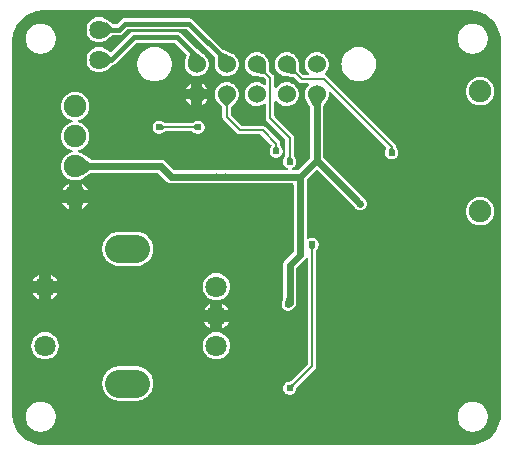
<source format=gbl>
G04 Layer: BottomLayer*
G04 EasyEDA v6.4.25, 2021-09-29T14:29:20--7:00*
G04 244c92b091364e338979e04f780342ec,1c607ed5ed934db7a0414c4b005609ca,10*
G04 Gerber Generator version 0.2*
G04 Scale: 100 percent, Rotated: No, Reflected: No *
G04 Dimensions in inches *
G04 leading zeros omitted , absolute positions ,3 integer and 6 decimal *
%FSLAX36Y36*%
%MOIN*%

%ADD11C,0.0080*%
%ADD12C,0.0240*%
%ADD13C,0.0160*%
%ADD16C,0.0600*%
%ADD17C,0.0748*%
%ADD18C,0.0640*%
%ADD19C,0.0709*%
%ADD20C,0.0945*%

%LPD*%
G36*
X115120Y-1459800D02*
G01*
X106180Y-1459420D01*
X97579Y-1458320D01*
X89120Y-1456540D01*
X80820Y-1454060D01*
X72760Y-1450900D01*
X64980Y-1447080D01*
X57539Y-1442640D01*
X50500Y-1437580D01*
X43900Y-1431980D01*
X37800Y-1425840D01*
X32200Y-1419220D01*
X27180Y-1412180D01*
X22759Y-1404720D01*
X18980Y-1396940D01*
X15840Y-1388860D01*
X13380Y-1380560D01*
X11620Y-1372080D01*
X10560Y-1363480D01*
X10200Y-1354720D01*
X10200Y-115280D01*
X10580Y-106180D01*
X11680Y-97579D01*
X13460Y-89120D01*
X15940Y-80820D01*
X19100Y-72760D01*
X22919Y-64980D01*
X27360Y-57539D01*
X32420Y-50500D01*
X38020Y-43900D01*
X44160Y-37800D01*
X50780Y-32200D01*
X57820Y-27180D01*
X65279Y-22759D01*
X73060Y-18980D01*
X81140Y-15840D01*
X89440Y-13380D01*
X97920Y-11620D01*
X106519Y-10560D01*
X115280Y-10200D01*
X1534720Y-10200D01*
X1543820Y-10580D01*
X1552420Y-11680D01*
X1560880Y-13460D01*
X1569180Y-15940D01*
X1577240Y-19100D01*
X1585020Y-22919D01*
X1592460Y-27360D01*
X1599500Y-32420D01*
X1606100Y-38020D01*
X1612200Y-44160D01*
X1617800Y-50780D01*
X1622820Y-57820D01*
X1627240Y-65279D01*
X1631020Y-73060D01*
X1634160Y-81140D01*
X1636620Y-89440D01*
X1638380Y-97920D01*
X1639440Y-106519D01*
X1639800Y-115280D01*
X1639800Y-1354720D01*
X1639420Y-1363820D01*
X1638320Y-1372420D01*
X1636540Y-1380880D01*
X1634060Y-1389180D01*
X1630900Y-1397240D01*
X1627080Y-1405020D01*
X1622640Y-1412460D01*
X1617580Y-1419500D01*
X1611980Y-1426100D01*
X1605840Y-1432200D01*
X1599220Y-1437800D01*
X1592180Y-1442820D01*
X1584720Y-1447240D01*
X1576940Y-1451020D01*
X1568860Y-1454160D01*
X1560560Y-1456620D01*
X1552080Y-1458380D01*
X1543480Y-1459440D01*
X1534720Y-1459800D01*
G37*

%LPC*%
G36*
X1545000Y-1415200D02*
G01*
X1551060Y-1414820D01*
X1557020Y-1413740D01*
X1562800Y-1411940D01*
X1568320Y-1409440D01*
X1573520Y-1406300D01*
X1578280Y-1402560D01*
X1582560Y-1398280D01*
X1586300Y-1393520D01*
X1589440Y-1388320D01*
X1591940Y-1382800D01*
X1593740Y-1377020D01*
X1594820Y-1371060D01*
X1595200Y-1365000D01*
X1594820Y-1358940D01*
X1593740Y-1352980D01*
X1591940Y-1347200D01*
X1589440Y-1341680D01*
X1586300Y-1336480D01*
X1582560Y-1331720D01*
X1578280Y-1327440D01*
X1573520Y-1323700D01*
X1568320Y-1320560D01*
X1562800Y-1318060D01*
X1557020Y-1316260D01*
X1551060Y-1315180D01*
X1545000Y-1314800D01*
X1538940Y-1315180D01*
X1532980Y-1316260D01*
X1527200Y-1318060D01*
X1521680Y-1320560D01*
X1516480Y-1323700D01*
X1511720Y-1327440D01*
X1507440Y-1331720D01*
X1503700Y-1336480D01*
X1500560Y-1341680D01*
X1498060Y-1347200D01*
X1496260Y-1352980D01*
X1495180Y-1358940D01*
X1494800Y-1365000D01*
X1495180Y-1371060D01*
X1496260Y-1377020D01*
X1498060Y-1382800D01*
X1500560Y-1388320D01*
X1503700Y-1393520D01*
X1507440Y-1398280D01*
X1511720Y-1402560D01*
X1516480Y-1406300D01*
X1521680Y-1409440D01*
X1527200Y-1411940D01*
X1532980Y-1413740D01*
X1538940Y-1414820D01*
G37*
G36*
X105000Y-1415200D02*
G01*
X111060Y-1414820D01*
X117020Y-1413740D01*
X122800Y-1411940D01*
X128320Y-1409440D01*
X133520Y-1406300D01*
X138280Y-1402560D01*
X142560Y-1398280D01*
X146300Y-1393520D01*
X149440Y-1388320D01*
X151940Y-1382800D01*
X153740Y-1377020D01*
X154820Y-1371060D01*
X155200Y-1365000D01*
X154820Y-1358940D01*
X153740Y-1352980D01*
X151940Y-1347200D01*
X149440Y-1341680D01*
X146300Y-1336480D01*
X142560Y-1331720D01*
X138280Y-1327440D01*
X133520Y-1323700D01*
X128320Y-1320560D01*
X122800Y-1318060D01*
X117020Y-1316260D01*
X111060Y-1315180D01*
X105000Y-1314800D01*
X98940Y-1315180D01*
X92980Y-1316260D01*
X87200Y-1318060D01*
X81679Y-1320560D01*
X76480Y-1323700D01*
X71720Y-1327440D01*
X67440Y-1331720D01*
X63700Y-1336480D01*
X60560Y-1341680D01*
X58060Y-1347200D01*
X56260Y-1352980D01*
X55180Y-1358940D01*
X54800Y-1365000D01*
X55180Y-1371060D01*
X56260Y-1377020D01*
X58060Y-1382800D01*
X60560Y-1388320D01*
X63700Y-1393520D01*
X67440Y-1398280D01*
X71720Y-1402560D01*
X76480Y-1406300D01*
X81679Y-1409440D01*
X87200Y-1411940D01*
X92980Y-1413740D01*
X98940Y-1414820D01*
G37*
G36*
X367720Y-1311860D02*
G01*
X422600Y-1311860D01*
X429159Y-1311480D01*
X435500Y-1310400D01*
X441680Y-1308620D01*
X447640Y-1306160D01*
X453280Y-1303040D01*
X458540Y-1299319D01*
X463340Y-1295020D01*
X467620Y-1290220D01*
X471360Y-1284960D01*
X474460Y-1279340D01*
X476940Y-1273380D01*
X478720Y-1267200D01*
X479799Y-1260840D01*
X480160Y-1254420D01*
X479799Y-1247980D01*
X478720Y-1241620D01*
X476940Y-1235440D01*
X474460Y-1229480D01*
X471360Y-1223860D01*
X467620Y-1218600D01*
X463340Y-1213800D01*
X458540Y-1209500D01*
X453280Y-1205780D01*
X447640Y-1202660D01*
X441680Y-1200200D01*
X435500Y-1198420D01*
X429159Y-1197340D01*
X422600Y-1196960D01*
X367720Y-1196960D01*
X361180Y-1197340D01*
X354820Y-1198420D01*
X348640Y-1200200D01*
X342680Y-1202660D01*
X337040Y-1205780D01*
X331780Y-1209500D01*
X326980Y-1213800D01*
X322700Y-1218600D01*
X318960Y-1223860D01*
X315860Y-1229480D01*
X313380Y-1235440D01*
X311600Y-1241620D01*
X310520Y-1247980D01*
X310160Y-1254420D01*
X310520Y-1260840D01*
X311600Y-1267200D01*
X313380Y-1273380D01*
X315860Y-1279340D01*
X318960Y-1284960D01*
X322700Y-1290220D01*
X326980Y-1295020D01*
X331780Y-1299319D01*
X337040Y-1303040D01*
X342680Y-1306160D01*
X348640Y-1308620D01*
X354820Y-1310400D01*
X361180Y-1311480D01*
G37*
G36*
X935000Y-1292180D02*
G01*
X938860Y-1291840D01*
X942580Y-1290840D01*
X946100Y-1289220D01*
X949260Y-1287000D01*
X952000Y-1284259D01*
X954220Y-1281100D01*
X955840Y-1277580D01*
X956840Y-1273860D01*
X957000Y-1272720D01*
X958300Y-1267580D01*
X958700Y-1266580D01*
X959360Y-1265720D01*
X1019900Y-1205180D01*
X1021900Y-1202720D01*
X1023240Y-1200080D01*
X1024020Y-1197160D01*
X1024200Y-1194840D01*
X1024200Y-810240D01*
X1024340Y-809180D01*
X1024760Y-808199D01*
X1027820Y-803080D01*
X1029220Y-801100D01*
X1030840Y-797580D01*
X1031840Y-793860D01*
X1032180Y-790000D01*
X1031840Y-786140D01*
X1030840Y-782420D01*
X1029220Y-778900D01*
X1027000Y-775740D01*
X1024260Y-773000D01*
X1021100Y-770780D01*
X1017580Y-769160D01*
X1013860Y-768160D01*
X1010000Y-767820D01*
X1006140Y-768160D01*
X1002420Y-769160D01*
X996900Y-771740D01*
X995160Y-771660D01*
X993620Y-770860D01*
X992580Y-769500D01*
X992200Y-767800D01*
X992200Y-575860D01*
X992500Y-574320D01*
X993379Y-573020D01*
X1022180Y-544220D01*
X1023460Y-543360D01*
X1025000Y-543060D01*
X1026540Y-543360D01*
X1027820Y-544220D01*
X1154240Y-670639D01*
X1155740Y-672000D01*
X1157260Y-673180D01*
X1158900Y-674220D01*
X1160620Y-675120D01*
X1162400Y-675860D01*
X1164260Y-676440D01*
X1166140Y-676860D01*
X1168060Y-677120D01*
X1170000Y-677200D01*
X1171940Y-677120D01*
X1173860Y-676860D01*
X1175740Y-676440D01*
X1177600Y-675860D01*
X1179380Y-675120D01*
X1181100Y-674220D01*
X1182740Y-673180D01*
X1184260Y-672000D01*
X1185700Y-670699D01*
X1187000Y-669260D01*
X1188180Y-667740D01*
X1189220Y-666100D01*
X1190120Y-664380D01*
X1190860Y-662600D01*
X1191440Y-660740D01*
X1191860Y-658860D01*
X1192120Y-656940D01*
X1192200Y-655000D01*
X1192120Y-653060D01*
X1191860Y-651140D01*
X1191440Y-649260D01*
X1190860Y-647400D01*
X1190120Y-645620D01*
X1189220Y-643900D01*
X1188180Y-642260D01*
X1187000Y-640740D01*
X1185640Y-639240D01*
X1048379Y-501980D01*
X1047500Y-500680D01*
X1047200Y-499140D01*
X1047200Y-334200D01*
X1047620Y-332400D01*
X1055920Y-315820D01*
X1059580Y-310480D01*
X1062000Y-305700D01*
X1063760Y-300620D01*
X1064840Y-295360D01*
X1065200Y-290000D01*
X1064840Y-284840D01*
X1065060Y-283260D01*
X1065880Y-281880D01*
X1067180Y-280940D01*
X1068740Y-280580D01*
X1070320Y-280860D01*
X1071660Y-281740D01*
X1256720Y-466800D01*
X1257520Y-467939D01*
X1257880Y-469280D01*
X1257760Y-470680D01*
X1257180Y-471920D01*
X1255780Y-473900D01*
X1254160Y-477420D01*
X1253160Y-481140D01*
X1252820Y-485000D01*
X1253160Y-488860D01*
X1254160Y-492580D01*
X1255780Y-496100D01*
X1258000Y-499260D01*
X1260740Y-502000D01*
X1263900Y-504219D01*
X1267420Y-505840D01*
X1271140Y-506840D01*
X1275000Y-507180D01*
X1278860Y-506840D01*
X1282580Y-505840D01*
X1286100Y-504219D01*
X1289259Y-502000D01*
X1292000Y-499260D01*
X1294220Y-496100D01*
X1295840Y-492580D01*
X1296840Y-488860D01*
X1297180Y-485000D01*
X1296840Y-481140D01*
X1295840Y-477420D01*
X1294220Y-473900D01*
X1292660Y-471680D01*
X1289740Y-466760D01*
X1289199Y-465120D01*
X1288860Y-462060D01*
X1287960Y-459240D01*
X1286440Y-456620D01*
X1284920Y-454840D01*
X1060180Y-230100D01*
X1057720Y-228100D01*
X1055080Y-226759D01*
X1053780Y-226420D01*
X1052240Y-225620D01*
X1051180Y-224240D01*
X1050800Y-222560D01*
X1051180Y-220859D01*
X1052220Y-219500D01*
X1052940Y-218900D01*
X1056540Y-214899D01*
X1059580Y-210479D01*
X1062000Y-205700D01*
X1063760Y-200620D01*
X1064840Y-195360D01*
X1065200Y-190000D01*
X1064840Y-184640D01*
X1063760Y-179380D01*
X1062000Y-174300D01*
X1059580Y-169520D01*
X1056540Y-165100D01*
X1052940Y-161100D01*
X1048840Y-157640D01*
X1044320Y-154760D01*
X1039440Y-152500D01*
X1034320Y-150900D01*
X1029020Y-150020D01*
X1023660Y-149840D01*
X1018319Y-150360D01*
X1013100Y-151620D01*
X1008080Y-153540D01*
X1003379Y-156120D01*
X999060Y-159300D01*
X995200Y-163039D01*
X991860Y-167260D01*
X989120Y-171880D01*
X987039Y-176820D01*
X985620Y-182000D01*
X984900Y-187320D01*
X984900Y-192680D01*
X985620Y-198000D01*
X987039Y-203180D01*
X989120Y-208120D01*
X991860Y-212740D01*
X995200Y-216960D01*
X997220Y-218920D01*
X998120Y-220219D01*
X998439Y-221759D01*
X998160Y-223299D01*
X997280Y-224620D01*
X995980Y-225500D01*
X994440Y-225799D01*
X982540Y-225799D01*
X981000Y-225500D01*
X979720Y-224620D01*
X967720Y-212640D01*
X966900Y-211439D01*
X966540Y-210060D01*
X965120Y-187540D01*
X964840Y-184700D01*
X963760Y-179380D01*
X962000Y-174300D01*
X959580Y-169520D01*
X956540Y-165100D01*
X952940Y-161100D01*
X948840Y-157640D01*
X944320Y-154760D01*
X939440Y-152500D01*
X934320Y-150900D01*
X929020Y-150020D01*
X923660Y-149840D01*
X918319Y-150360D01*
X913100Y-151620D01*
X908080Y-153540D01*
X903379Y-156120D01*
X899060Y-159300D01*
X895200Y-163039D01*
X891860Y-167260D01*
X889120Y-171880D01*
X887039Y-176820D01*
X885620Y-182000D01*
X884900Y-187320D01*
X884900Y-192680D01*
X885620Y-198000D01*
X887039Y-203180D01*
X889120Y-208120D01*
X891860Y-212740D01*
X895200Y-216960D01*
X899060Y-220700D01*
X903379Y-223880D01*
X908080Y-226460D01*
X913100Y-228380D01*
X918319Y-229640D01*
X922700Y-230140D01*
X945060Y-231540D01*
X946440Y-231900D01*
X947640Y-232719D01*
X964820Y-249899D01*
X967280Y-251900D01*
X969920Y-253240D01*
X972840Y-254020D01*
X975160Y-254200D01*
X994440Y-254200D01*
X995980Y-254500D01*
X997280Y-255380D01*
X998160Y-256700D01*
X998439Y-258240D01*
X998120Y-259780D01*
X997220Y-261080D01*
X995200Y-263040D01*
X991860Y-267260D01*
X989120Y-271880D01*
X987039Y-276820D01*
X985620Y-282000D01*
X984900Y-287320D01*
X984900Y-292680D01*
X985620Y-298000D01*
X987039Y-303180D01*
X989120Y-308120D01*
X991860Y-312740D01*
X993480Y-314780D01*
X993900Y-315480D01*
X1002380Y-332400D01*
X1002800Y-334200D01*
X1002800Y-499140D01*
X1002500Y-500680D01*
X1001620Y-501980D01*
X961979Y-541620D01*
X960680Y-542500D01*
X959140Y-542800D01*
X945720Y-542800D01*
X944220Y-542500D01*
X942920Y-541660D01*
X942060Y-540400D01*
X941720Y-538900D01*
X941979Y-537380D01*
X942780Y-536080D01*
X944020Y-535180D01*
X946100Y-534220D01*
X949260Y-532000D01*
X952000Y-529260D01*
X954220Y-526100D01*
X955840Y-522580D01*
X956840Y-518860D01*
X957180Y-515000D01*
X956840Y-511140D01*
X955840Y-507420D01*
X954220Y-503900D01*
X952660Y-501680D01*
X949760Y-496800D01*
X949340Y-495820D01*
X949200Y-494760D01*
X949200Y-435200D01*
X948860Y-432060D01*
X947960Y-429240D01*
X946440Y-426620D01*
X944920Y-424840D01*
X885380Y-365280D01*
X884500Y-364000D01*
X884200Y-362460D01*
X884200Y-314400D01*
X884580Y-312720D01*
X885620Y-311360D01*
X887140Y-310540D01*
X888860Y-310460D01*
X890460Y-311100D01*
X891860Y-312740D01*
X895200Y-316960D01*
X899060Y-320700D01*
X903379Y-323880D01*
X908080Y-326460D01*
X913100Y-328380D01*
X918319Y-329640D01*
X923660Y-330160D01*
X929020Y-329980D01*
X934320Y-329099D01*
X939440Y-327500D01*
X944320Y-325240D01*
X948840Y-322360D01*
X952940Y-318900D01*
X956540Y-314900D01*
X959580Y-310480D01*
X962000Y-305700D01*
X963760Y-300620D01*
X964840Y-295360D01*
X965200Y-290000D01*
X964840Y-284640D01*
X963760Y-279380D01*
X962000Y-274300D01*
X959580Y-269520D01*
X956540Y-265100D01*
X952940Y-261100D01*
X948840Y-257640D01*
X944320Y-254760D01*
X939440Y-252500D01*
X934320Y-250900D01*
X929020Y-250020D01*
X923660Y-249840D01*
X918319Y-250360D01*
X913100Y-251620D01*
X908080Y-253540D01*
X903379Y-256119D01*
X899060Y-259300D01*
X895200Y-263040D01*
X891860Y-267260D01*
X890460Y-268900D01*
X888860Y-269540D01*
X887140Y-269460D01*
X885620Y-268640D01*
X884580Y-267280D01*
X884200Y-265600D01*
X884200Y-235200D01*
X883860Y-232060D01*
X882960Y-229240D01*
X881440Y-226620D01*
X879920Y-224840D01*
X867720Y-212640D01*
X866900Y-211439D01*
X866540Y-210060D01*
X865120Y-187540D01*
X864840Y-184700D01*
X863760Y-179380D01*
X862000Y-174300D01*
X859580Y-169520D01*
X856540Y-165100D01*
X852940Y-161100D01*
X848840Y-157640D01*
X844320Y-154760D01*
X839440Y-152500D01*
X834320Y-150900D01*
X829020Y-150020D01*
X823660Y-149840D01*
X818319Y-150360D01*
X813100Y-151620D01*
X808080Y-153540D01*
X803379Y-156120D01*
X799060Y-159300D01*
X795200Y-163039D01*
X791860Y-167260D01*
X789120Y-171880D01*
X787039Y-176820D01*
X785620Y-182000D01*
X784900Y-187320D01*
X784900Y-192680D01*
X785620Y-198000D01*
X787039Y-203180D01*
X789120Y-208120D01*
X791860Y-212740D01*
X795200Y-216960D01*
X799060Y-220700D01*
X803379Y-223880D01*
X808080Y-226460D01*
X813100Y-228380D01*
X818319Y-229640D01*
X822700Y-230140D01*
X845060Y-231540D01*
X846440Y-231900D01*
X847640Y-232719D01*
X854620Y-239720D01*
X855500Y-241000D01*
X855800Y-242540D01*
X855800Y-254899D01*
X855520Y-256380D01*
X854700Y-257659D01*
X853480Y-258540D01*
X852020Y-258900D01*
X850540Y-258700D01*
X844320Y-254760D01*
X839440Y-252500D01*
X834320Y-250900D01*
X829020Y-250020D01*
X823660Y-249840D01*
X818319Y-250360D01*
X813100Y-251620D01*
X808080Y-253540D01*
X803379Y-256119D01*
X799060Y-259300D01*
X795200Y-263040D01*
X791860Y-267260D01*
X789120Y-271880D01*
X787039Y-276820D01*
X785620Y-282000D01*
X784900Y-287320D01*
X784900Y-292680D01*
X785620Y-298000D01*
X787039Y-303180D01*
X789120Y-308120D01*
X791860Y-312740D01*
X795200Y-316960D01*
X799060Y-320700D01*
X803379Y-323880D01*
X808080Y-326460D01*
X813100Y-328380D01*
X818319Y-329640D01*
X823660Y-330160D01*
X829020Y-329980D01*
X834320Y-329099D01*
X839440Y-327500D01*
X844320Y-325240D01*
X850540Y-321300D01*
X852020Y-321100D01*
X853480Y-321460D01*
X854700Y-322340D01*
X855520Y-323620D01*
X855800Y-325100D01*
X855800Y-369799D01*
X856140Y-372939D01*
X857039Y-375760D01*
X858560Y-378380D01*
X860080Y-380160D01*
X919620Y-439720D01*
X920500Y-441000D01*
X920800Y-442540D01*
X920800Y-494760D01*
X920660Y-495820D01*
X920240Y-496800D01*
X917180Y-501940D01*
X915780Y-503900D01*
X914160Y-507420D01*
X913160Y-511140D01*
X912820Y-515000D01*
X913160Y-518860D01*
X914160Y-522580D01*
X915780Y-526100D01*
X918000Y-529260D01*
X920740Y-532000D01*
X923900Y-534220D01*
X925980Y-535180D01*
X927220Y-536080D01*
X928020Y-537380D01*
X928280Y-538900D01*
X927940Y-540400D01*
X927080Y-541660D01*
X925780Y-542500D01*
X924280Y-542800D01*
X550860Y-542800D01*
X549320Y-542500D01*
X548020Y-541620D01*
X520760Y-514360D01*
X519260Y-513000D01*
X517740Y-511820D01*
X516100Y-510780D01*
X514380Y-509880D01*
X512600Y-509140D01*
X510740Y-508560D01*
X508860Y-508140D01*
X506940Y-507879D01*
X504920Y-507800D01*
X274920Y-507800D01*
X273840Y-507640D01*
X272840Y-507220D01*
X250740Y-493660D01*
X246280Y-490319D01*
X241220Y-487400D01*
X235820Y-485120D01*
X231380Y-483840D01*
X229860Y-483040D01*
X228840Y-481680D01*
X228460Y-480000D01*
X228840Y-478320D01*
X229860Y-476960D01*
X231380Y-476160D01*
X235820Y-474880D01*
X241220Y-472600D01*
X246280Y-469680D01*
X250960Y-466140D01*
X255180Y-462060D01*
X258840Y-457500D01*
X261940Y-452520D01*
X264380Y-447200D01*
X266160Y-441599D01*
X267240Y-435840D01*
X267600Y-430000D01*
X267240Y-424159D01*
X266160Y-418400D01*
X264380Y-412800D01*
X261940Y-407480D01*
X258840Y-402500D01*
X255180Y-397939D01*
X250960Y-393860D01*
X246280Y-390319D01*
X241220Y-387400D01*
X235820Y-385120D01*
X231380Y-383840D01*
X229860Y-383040D01*
X228840Y-381680D01*
X228460Y-380000D01*
X228840Y-378320D01*
X229860Y-376960D01*
X231380Y-376160D01*
X235820Y-374880D01*
X241220Y-372600D01*
X246280Y-369680D01*
X250960Y-366140D01*
X255180Y-362060D01*
X258840Y-357500D01*
X261940Y-352520D01*
X264380Y-347200D01*
X266160Y-341599D01*
X267240Y-335840D01*
X267600Y-330000D01*
X267240Y-324159D01*
X266160Y-318400D01*
X264380Y-312800D01*
X261940Y-307480D01*
X258840Y-302500D01*
X255180Y-297940D01*
X250960Y-293860D01*
X246280Y-290320D01*
X241220Y-287400D01*
X235820Y-285120D01*
X230180Y-283500D01*
X224400Y-282600D01*
X218540Y-282420D01*
X212700Y-282960D01*
X206980Y-284220D01*
X201439Y-286180D01*
X196200Y-288780D01*
X191320Y-292020D01*
X186860Y-295840D01*
X182920Y-300160D01*
X179540Y-304940D01*
X176759Y-310100D01*
X174640Y-315580D01*
X173220Y-321260D01*
X172500Y-327080D01*
X172500Y-332920D01*
X173220Y-338740D01*
X174640Y-344420D01*
X176759Y-349900D01*
X179540Y-355060D01*
X182920Y-359840D01*
X186860Y-364159D01*
X191320Y-367980D01*
X196200Y-371220D01*
X201439Y-373820D01*
X206980Y-375780D01*
X208420Y-376100D01*
X209820Y-376700D01*
X210900Y-377800D01*
X211480Y-379240D01*
X211480Y-380760D01*
X210900Y-382200D01*
X209820Y-383300D01*
X208420Y-383900D01*
X206980Y-384219D01*
X201439Y-386180D01*
X196200Y-388780D01*
X191320Y-392020D01*
X186860Y-395840D01*
X182920Y-400160D01*
X179540Y-404940D01*
X176759Y-410100D01*
X174640Y-415580D01*
X173220Y-421260D01*
X172500Y-427080D01*
X172500Y-432920D01*
X173220Y-438740D01*
X174640Y-444420D01*
X176759Y-449900D01*
X179540Y-455060D01*
X182920Y-459840D01*
X186860Y-464159D01*
X191320Y-467980D01*
X196200Y-471220D01*
X201439Y-473820D01*
X206980Y-475780D01*
X208420Y-476100D01*
X209820Y-476700D01*
X210900Y-477800D01*
X211480Y-479240D01*
X211480Y-480760D01*
X210900Y-482200D01*
X209820Y-483300D01*
X208420Y-483900D01*
X206980Y-484219D01*
X201439Y-486180D01*
X196200Y-488780D01*
X191320Y-492020D01*
X186860Y-495840D01*
X182920Y-500160D01*
X179540Y-504940D01*
X176759Y-510100D01*
X174640Y-515580D01*
X173220Y-521260D01*
X172500Y-527080D01*
X172500Y-532920D01*
X173220Y-538740D01*
X174640Y-544420D01*
X176759Y-549900D01*
X179540Y-555060D01*
X182920Y-559840D01*
X186860Y-564160D01*
X191320Y-567980D01*
X196200Y-571220D01*
X201439Y-573820D01*
X206980Y-575780D01*
X212700Y-577040D01*
X218540Y-577580D01*
X224400Y-577400D01*
X230180Y-576500D01*
X235820Y-574880D01*
X241220Y-572600D01*
X246280Y-569680D01*
X250740Y-566340D01*
X272840Y-552780D01*
X273840Y-552360D01*
X274920Y-552200D01*
X494140Y-552200D01*
X495680Y-552500D01*
X496980Y-553380D01*
X524240Y-580640D01*
X525740Y-582000D01*
X527260Y-583180D01*
X528900Y-584220D01*
X530620Y-585120D01*
X532400Y-585860D01*
X534260Y-586440D01*
X536140Y-586860D01*
X538060Y-587120D01*
X540080Y-587200D01*
X943800Y-587200D01*
X945340Y-587500D01*
X946620Y-588380D01*
X947500Y-589660D01*
X947800Y-591200D01*
X947800Y-814140D01*
X947500Y-815680D01*
X946620Y-816979D01*
X919360Y-844240D01*
X918000Y-845740D01*
X916820Y-847260D01*
X915780Y-848900D01*
X914880Y-850620D01*
X914140Y-852400D01*
X913560Y-854260D01*
X913139Y-856140D01*
X912880Y-858060D01*
X912800Y-860080D01*
X912800Y-974659D01*
X912620Y-975819D01*
X912140Y-976880D01*
X910759Y-978940D01*
X909880Y-980620D01*
X909140Y-982400D01*
X908560Y-984260D01*
X908139Y-986140D01*
X907880Y-988060D01*
X907800Y-990000D01*
X907880Y-991940D01*
X908139Y-993860D01*
X908560Y-995740D01*
X909140Y-997600D01*
X909880Y-999380D01*
X910780Y-1001100D01*
X911820Y-1002740D01*
X913000Y-1004260D01*
X914300Y-1005699D01*
X915740Y-1007000D01*
X917260Y-1008180D01*
X918900Y-1009220D01*
X920620Y-1010120D01*
X922400Y-1010860D01*
X924260Y-1011440D01*
X926140Y-1011860D01*
X928060Y-1012120D01*
X930000Y-1012200D01*
X931940Y-1012120D01*
X933860Y-1011860D01*
X935740Y-1011440D01*
X937600Y-1010860D01*
X939380Y-1010120D01*
X941100Y-1009220D01*
X942740Y-1008180D01*
X944260Y-1007000D01*
X945759Y-1005639D01*
X950639Y-1000759D01*
X952000Y-999260D01*
X953180Y-997740D01*
X954220Y-996100D01*
X955120Y-994380D01*
X955860Y-992600D01*
X956440Y-990740D01*
X956860Y-988860D01*
X957120Y-986940D01*
X957200Y-984920D01*
X957200Y-870860D01*
X957500Y-869320D01*
X958379Y-868020D01*
X985639Y-840759D01*
X986979Y-839300D01*
X988580Y-837120D01*
X989820Y-836020D01*
X991400Y-835520D01*
X993060Y-835699D01*
X994479Y-836540D01*
X995460Y-837880D01*
X995800Y-839500D01*
X995800Y-1187460D01*
X995500Y-1189000D01*
X994620Y-1190280D01*
X939280Y-1245640D01*
X938420Y-1246300D01*
X937420Y-1246700D01*
X932280Y-1248000D01*
X931140Y-1248160D01*
X927420Y-1249160D01*
X923900Y-1250780D01*
X920740Y-1253000D01*
X918000Y-1255740D01*
X915780Y-1258900D01*
X914160Y-1262420D01*
X913160Y-1266140D01*
X912820Y-1270000D01*
X913160Y-1273860D01*
X914160Y-1277580D01*
X915780Y-1281100D01*
X918000Y-1284259D01*
X920740Y-1287000D01*
X923900Y-1289220D01*
X927420Y-1290840D01*
X931140Y-1291840D01*
G37*
G36*
X690420Y-1174040D02*
G01*
X696140Y-1173680D01*
X701780Y-1172620D01*
X707220Y-1170840D01*
X712420Y-1168400D01*
X717240Y-1165340D01*
X721660Y-1161680D01*
X725580Y-1157500D01*
X728960Y-1152860D01*
X731720Y-1147840D01*
X733820Y-1142520D01*
X735240Y-1136960D01*
X735960Y-1131280D01*
X735960Y-1125560D01*
X735240Y-1119880D01*
X733820Y-1114320D01*
X731720Y-1109000D01*
X728960Y-1103980D01*
X725580Y-1099340D01*
X721660Y-1095160D01*
X717240Y-1091500D01*
X712420Y-1088440D01*
X707220Y-1086000D01*
X701780Y-1084220D01*
X696140Y-1083160D01*
X690440Y-1082800D01*
X684560Y-1083180D01*
X679080Y-1084220D01*
X673640Y-1086000D01*
X668439Y-1088440D01*
X663620Y-1091500D01*
X659200Y-1095160D01*
X655280Y-1099340D01*
X651900Y-1103980D01*
X649140Y-1109000D01*
X647039Y-1114320D01*
X645620Y-1119880D01*
X644900Y-1125560D01*
X644900Y-1131280D01*
X645620Y-1136960D01*
X647039Y-1142520D01*
X649140Y-1147840D01*
X651900Y-1152860D01*
X655280Y-1157500D01*
X659200Y-1161680D01*
X663620Y-1165340D01*
X668439Y-1168400D01*
X673640Y-1170840D01*
X679080Y-1172620D01*
X684720Y-1173680D01*
G37*
G36*
X119580Y-1174040D02*
G01*
X125280Y-1173680D01*
X130920Y-1172620D01*
X136360Y-1170840D01*
X141560Y-1168400D01*
X146380Y-1165340D01*
X150800Y-1161680D01*
X154720Y-1157500D01*
X158100Y-1152860D01*
X160859Y-1147840D01*
X162960Y-1142520D01*
X164380Y-1136960D01*
X165100Y-1131280D01*
X165100Y-1125560D01*
X164380Y-1119880D01*
X162960Y-1114320D01*
X160859Y-1109000D01*
X158100Y-1103980D01*
X154720Y-1099340D01*
X150800Y-1095160D01*
X146380Y-1091500D01*
X141560Y-1088440D01*
X136360Y-1086000D01*
X130920Y-1084220D01*
X125280Y-1083160D01*
X119580Y-1082800D01*
X113859Y-1083160D01*
X108219Y-1084220D01*
X102780Y-1086000D01*
X97579Y-1088440D01*
X92760Y-1091500D01*
X88340Y-1095160D01*
X84420Y-1099340D01*
X81039Y-1103980D01*
X78280Y-1109000D01*
X76180Y-1114320D01*
X74760Y-1119880D01*
X74040Y-1125560D01*
X74040Y-1131280D01*
X74760Y-1136960D01*
X76180Y-1142520D01*
X78280Y-1147840D01*
X81039Y-1152860D01*
X84420Y-1157500D01*
X88340Y-1161680D01*
X92760Y-1165340D01*
X97579Y-1168400D01*
X102780Y-1170840D01*
X108219Y-1172620D01*
X113859Y-1173680D01*
G37*
G36*
X710639Y-1070820D02*
G01*
X712420Y-1069980D01*
X717240Y-1066920D01*
X721660Y-1063260D01*
X725580Y-1059080D01*
X728960Y-1054440D01*
X731280Y-1050220D01*
X710639Y-1050220D01*
G37*
G36*
X670220Y-1070820D02*
G01*
X670220Y-1050220D01*
X649580Y-1050220D01*
X651900Y-1054440D01*
X655280Y-1059080D01*
X659200Y-1063260D01*
X663620Y-1066920D01*
X668439Y-1069980D01*
G37*
G36*
X710639Y-1009780D02*
G01*
X731280Y-1009780D01*
X728960Y-1005560D01*
X725580Y-1000920D01*
X721660Y-996740D01*
X717240Y-993080D01*
X712420Y-990020D01*
X710639Y-989180D01*
G37*
G36*
X649580Y-1009780D02*
G01*
X670220Y-1009780D01*
X670220Y-989180D01*
X668439Y-990020D01*
X663620Y-993080D01*
X659200Y-996740D01*
X655280Y-1000920D01*
X651900Y-1005560D01*
G37*
G36*
X690420Y-977200D02*
G01*
X696280Y-976800D01*
X701780Y-975759D01*
X707220Y-974000D01*
X712420Y-971560D01*
X717240Y-968480D01*
X721660Y-964820D01*
X725580Y-960660D01*
X728960Y-956020D01*
X731720Y-951000D01*
X733820Y-945660D01*
X735240Y-940120D01*
X735960Y-934440D01*
X735960Y-928700D01*
X735240Y-923020D01*
X733820Y-917480D01*
X731720Y-912140D01*
X728960Y-907120D01*
X725580Y-902480D01*
X721660Y-898319D01*
X717240Y-894659D01*
X712420Y-891580D01*
X707220Y-889140D01*
X701780Y-887380D01*
X696140Y-886300D01*
X690420Y-885939D01*
X684720Y-886300D01*
X679080Y-887380D01*
X673640Y-889140D01*
X668439Y-891580D01*
X663620Y-894659D01*
X659200Y-898319D01*
X655280Y-902480D01*
X651900Y-907120D01*
X649140Y-912140D01*
X647039Y-917480D01*
X645620Y-923020D01*
X644900Y-928700D01*
X644900Y-934440D01*
X645620Y-940120D01*
X647039Y-945660D01*
X649140Y-951000D01*
X651900Y-956020D01*
X655280Y-960660D01*
X659200Y-964820D01*
X663620Y-968480D01*
X668439Y-971560D01*
X673640Y-974000D01*
X679080Y-975759D01*
X684720Y-976840D01*
G37*
G36*
X139780Y-972380D02*
G01*
X141560Y-971560D01*
X146380Y-968480D01*
X150800Y-964820D01*
X154720Y-960660D01*
X158100Y-956020D01*
X160420Y-951780D01*
X139780Y-951780D01*
G37*
G36*
X99360Y-972380D02*
G01*
X99360Y-951780D01*
X78720Y-951780D01*
X81039Y-956020D01*
X84420Y-960660D01*
X88340Y-964820D01*
X92760Y-968480D01*
X97579Y-971560D01*
G37*
G36*
X139780Y-911360D02*
G01*
X160420Y-911360D01*
X158100Y-907120D01*
X154720Y-902480D01*
X150800Y-898319D01*
X146380Y-894659D01*
X141560Y-891580D01*
X139780Y-890759D01*
G37*
G36*
X78720Y-911360D02*
G01*
X99360Y-911360D01*
X99360Y-890759D01*
X97579Y-891580D01*
X92760Y-894659D01*
X88340Y-898319D01*
X84420Y-902480D01*
X81039Y-907120D01*
G37*
G36*
X367720Y-863040D02*
G01*
X422600Y-863040D01*
X429159Y-862660D01*
X435500Y-861580D01*
X441680Y-859800D01*
X447640Y-857340D01*
X453280Y-854220D01*
X458540Y-850500D01*
X463340Y-846200D01*
X467620Y-841400D01*
X471360Y-836140D01*
X474460Y-830520D01*
X476940Y-824560D01*
X478720Y-818379D01*
X479799Y-812020D01*
X480160Y-805600D01*
X479799Y-799160D01*
X478720Y-792800D01*
X476940Y-786620D01*
X474460Y-780660D01*
X471360Y-775040D01*
X467620Y-769780D01*
X463340Y-764980D01*
X458540Y-760680D01*
X453280Y-756960D01*
X447640Y-753840D01*
X441680Y-751380D01*
X435500Y-749599D01*
X429159Y-748520D01*
X422600Y-748139D01*
X367720Y-748139D01*
X361180Y-748520D01*
X354820Y-749599D01*
X348640Y-751380D01*
X342680Y-753840D01*
X337040Y-756960D01*
X331780Y-760680D01*
X326980Y-764980D01*
X322700Y-769780D01*
X318960Y-775040D01*
X315860Y-780660D01*
X313380Y-786620D01*
X311600Y-792800D01*
X310520Y-799160D01*
X310160Y-805600D01*
X310520Y-812020D01*
X311600Y-818379D01*
X313380Y-824560D01*
X315860Y-830520D01*
X318960Y-836140D01*
X322700Y-841400D01*
X326980Y-846200D01*
X331780Y-850500D01*
X337040Y-854220D01*
X342680Y-857340D01*
X348640Y-859800D01*
X354820Y-861580D01*
X361180Y-862660D01*
G37*
G36*
X1568540Y-727580D02*
G01*
X1574400Y-727400D01*
X1580180Y-726500D01*
X1585820Y-724880D01*
X1591220Y-722600D01*
X1596279Y-719680D01*
X1600960Y-716140D01*
X1605180Y-712060D01*
X1608839Y-707500D01*
X1611940Y-702520D01*
X1614379Y-697200D01*
X1616160Y-691600D01*
X1617240Y-685840D01*
X1617600Y-680000D01*
X1617240Y-674160D01*
X1616160Y-668400D01*
X1614379Y-662800D01*
X1611940Y-657480D01*
X1608839Y-652500D01*
X1605180Y-647940D01*
X1600960Y-643860D01*
X1596279Y-640320D01*
X1591220Y-637400D01*
X1585820Y-635120D01*
X1580180Y-633500D01*
X1574400Y-632600D01*
X1568540Y-632420D01*
X1562700Y-632960D01*
X1556980Y-634220D01*
X1551440Y-636180D01*
X1546200Y-638780D01*
X1541320Y-642020D01*
X1536860Y-645840D01*
X1532920Y-650160D01*
X1529540Y-654940D01*
X1526759Y-660100D01*
X1524640Y-665580D01*
X1523220Y-671260D01*
X1522500Y-677080D01*
X1522500Y-682920D01*
X1523220Y-688740D01*
X1524640Y-694419D01*
X1526759Y-699900D01*
X1529540Y-705060D01*
X1532920Y-709840D01*
X1536860Y-714160D01*
X1541320Y-717980D01*
X1546200Y-721220D01*
X1551440Y-723820D01*
X1556980Y-725780D01*
X1562700Y-727039D01*
G37*
G36*
X241160Y-672620D02*
G01*
X246280Y-669680D01*
X250960Y-666140D01*
X255180Y-662060D01*
X258840Y-657500D01*
X261940Y-652520D01*
X262540Y-651200D01*
X241200Y-651200D01*
G37*
G36*
X198800Y-672520D02*
G01*
X198800Y-651200D01*
X177460Y-651200D01*
X179540Y-655060D01*
X182920Y-659840D01*
X186860Y-664160D01*
X191320Y-667980D01*
X196200Y-671220D01*
G37*
G36*
X177460Y-608800D02*
G01*
X198800Y-608800D01*
X198800Y-587480D01*
X196200Y-588780D01*
X191320Y-592020D01*
X186860Y-595840D01*
X182920Y-600160D01*
X179540Y-604940D01*
G37*
G36*
X241200Y-608800D02*
G01*
X262540Y-608800D01*
X261940Y-607480D01*
X258840Y-602500D01*
X255180Y-597940D01*
X250960Y-593860D01*
X246280Y-590320D01*
X241200Y-587380D01*
G37*
G36*
X890000Y-502180D02*
G01*
X893860Y-501840D01*
X897580Y-500840D01*
X901100Y-499219D01*
X904260Y-497000D01*
X907000Y-494260D01*
X909220Y-491100D01*
X910840Y-487580D01*
X911840Y-483860D01*
X912180Y-480000D01*
X911840Y-476140D01*
X910840Y-472420D01*
X909220Y-468900D01*
X907660Y-466680D01*
X904760Y-461800D01*
X904340Y-460820D01*
X904200Y-459760D01*
X904200Y-455200D01*
X903860Y-452060D01*
X902960Y-449240D01*
X901440Y-446620D01*
X899920Y-444840D01*
X855180Y-400100D01*
X852720Y-398100D01*
X850080Y-396760D01*
X847159Y-395980D01*
X844840Y-395800D01*
X777540Y-395800D01*
X776000Y-395500D01*
X774720Y-394620D01*
X740380Y-360280D01*
X739500Y-359000D01*
X739200Y-357460D01*
X739200Y-336200D01*
X739460Y-334799D01*
X740200Y-333560D01*
X756500Y-314980D01*
X759580Y-310480D01*
X762000Y-305700D01*
X763760Y-300620D01*
X764840Y-295360D01*
X765200Y-290000D01*
X764840Y-284640D01*
X763760Y-279380D01*
X762000Y-274300D01*
X759580Y-269520D01*
X756540Y-265100D01*
X752940Y-261100D01*
X748840Y-257640D01*
X744320Y-254760D01*
X739440Y-252500D01*
X734320Y-250900D01*
X729020Y-250020D01*
X723660Y-249840D01*
X718319Y-250360D01*
X713100Y-251620D01*
X708080Y-253540D01*
X703379Y-256119D01*
X699060Y-259300D01*
X695200Y-263040D01*
X691860Y-267260D01*
X689120Y-271880D01*
X687039Y-276820D01*
X685620Y-282000D01*
X684900Y-287320D01*
X684900Y-292680D01*
X685620Y-298000D01*
X687039Y-303180D01*
X689120Y-308120D01*
X691880Y-312760D01*
X694920Y-316680D01*
X709800Y-333560D01*
X710540Y-334799D01*
X710800Y-336200D01*
X710800Y-364799D01*
X711140Y-367939D01*
X712039Y-370760D01*
X713560Y-373380D01*
X715080Y-375160D01*
X759820Y-419900D01*
X762280Y-421900D01*
X764920Y-423240D01*
X767840Y-424020D01*
X770160Y-424200D01*
X837460Y-424200D01*
X839000Y-424500D01*
X840280Y-425379D01*
X873600Y-458680D01*
X874520Y-460140D01*
X874740Y-461880D01*
X874200Y-463540D01*
X872180Y-466940D01*
X870780Y-468900D01*
X869160Y-472420D01*
X868160Y-476140D01*
X867820Y-480000D01*
X868160Y-483860D01*
X869160Y-487580D01*
X870780Y-491100D01*
X873000Y-494260D01*
X875740Y-497000D01*
X878900Y-499219D01*
X882420Y-500840D01*
X886140Y-501840D01*
G37*
G36*
X500000Y-422180D02*
G01*
X503860Y-421840D01*
X507580Y-420840D01*
X511100Y-419219D01*
X513320Y-417660D01*
X518200Y-414760D01*
X519180Y-414340D01*
X520240Y-414200D01*
X609760Y-414200D01*
X610820Y-414340D01*
X611800Y-414760D01*
X616940Y-417819D01*
X618900Y-419219D01*
X622420Y-420840D01*
X626140Y-421840D01*
X630000Y-422180D01*
X633860Y-421840D01*
X637580Y-420840D01*
X641100Y-419219D01*
X644260Y-417000D01*
X647000Y-414260D01*
X649220Y-411100D01*
X650840Y-407580D01*
X651840Y-403860D01*
X652180Y-400000D01*
X651840Y-396140D01*
X650840Y-392420D01*
X649220Y-388900D01*
X647000Y-385740D01*
X644260Y-383000D01*
X641100Y-380780D01*
X637580Y-379159D01*
X633860Y-378160D01*
X630000Y-377819D01*
X626140Y-378160D01*
X622420Y-379159D01*
X618900Y-380780D01*
X616680Y-382340D01*
X611800Y-385240D01*
X610820Y-385660D01*
X609760Y-385800D01*
X520240Y-385800D01*
X519180Y-385660D01*
X518200Y-385240D01*
X513080Y-382180D01*
X511100Y-380780D01*
X507580Y-379159D01*
X503860Y-378160D01*
X500000Y-377819D01*
X496140Y-378160D01*
X492420Y-379159D01*
X488900Y-380780D01*
X485740Y-383000D01*
X483000Y-385740D01*
X480780Y-388900D01*
X479159Y-392420D01*
X478160Y-396140D01*
X477819Y-400000D01*
X478160Y-403860D01*
X479159Y-407580D01*
X480780Y-411100D01*
X483000Y-414260D01*
X485740Y-417000D01*
X488900Y-419219D01*
X492420Y-420840D01*
X496140Y-421840D01*
G37*
G36*
X1568540Y-327580D02*
G01*
X1574400Y-327400D01*
X1580180Y-326500D01*
X1585820Y-324880D01*
X1591220Y-322600D01*
X1596279Y-319680D01*
X1600960Y-316140D01*
X1605180Y-312060D01*
X1608839Y-307500D01*
X1611940Y-302520D01*
X1614379Y-297200D01*
X1616160Y-291600D01*
X1617240Y-285840D01*
X1617600Y-280000D01*
X1617240Y-274160D01*
X1616160Y-268400D01*
X1614379Y-262800D01*
X1611940Y-257480D01*
X1608839Y-252500D01*
X1605180Y-247940D01*
X1600960Y-243860D01*
X1596279Y-240320D01*
X1591220Y-237399D01*
X1585820Y-235120D01*
X1580180Y-233500D01*
X1574400Y-232600D01*
X1568540Y-232420D01*
X1562700Y-232960D01*
X1556980Y-234220D01*
X1551440Y-236180D01*
X1546200Y-238780D01*
X1541320Y-242020D01*
X1536860Y-245840D01*
X1532920Y-250159D01*
X1529540Y-254940D01*
X1526759Y-260100D01*
X1524640Y-265580D01*
X1523220Y-271260D01*
X1522500Y-277080D01*
X1522500Y-282920D01*
X1523220Y-288740D01*
X1524640Y-294420D01*
X1526759Y-299900D01*
X1529540Y-305060D01*
X1532920Y-309840D01*
X1536860Y-314160D01*
X1541320Y-317980D01*
X1546200Y-321220D01*
X1551440Y-323820D01*
X1556980Y-325780D01*
X1562700Y-327040D01*
G37*
G36*
X607500Y-326140D02*
G01*
X607500Y-307500D01*
X588860Y-307500D01*
X589120Y-308120D01*
X591860Y-312740D01*
X595200Y-316960D01*
X599060Y-320700D01*
X603380Y-323880D01*
G37*
G36*
X642500Y-326079D02*
G01*
X644320Y-325240D01*
X648840Y-322360D01*
X652940Y-318900D01*
X656540Y-314900D01*
X659580Y-310480D01*
X661080Y-307500D01*
X642500Y-307500D01*
G37*
G36*
X642500Y-272500D02*
G01*
X661080Y-272500D01*
X659580Y-269520D01*
X656540Y-265100D01*
X652940Y-261100D01*
X648840Y-257640D01*
X644320Y-254760D01*
X642500Y-253920D01*
G37*
G36*
X588860Y-272500D02*
G01*
X607500Y-272500D01*
X607500Y-253860D01*
X603380Y-256119D01*
X599060Y-259300D01*
X595200Y-263040D01*
X591860Y-267260D01*
X589120Y-271880D01*
G37*
G36*
X1165160Y-247440D02*
G01*
X1171600Y-247079D01*
X1177940Y-246000D01*
X1184140Y-244220D01*
X1190080Y-241740D01*
X1195720Y-238640D01*
X1200980Y-234899D01*
X1205780Y-230620D01*
X1210060Y-225820D01*
X1213800Y-220560D01*
X1216900Y-214920D01*
X1219380Y-208980D01*
X1221160Y-202780D01*
X1222240Y-196439D01*
X1222600Y-190000D01*
X1222240Y-183560D01*
X1221160Y-177220D01*
X1219380Y-171020D01*
X1216900Y-165080D01*
X1213800Y-159440D01*
X1210060Y-154180D01*
X1205780Y-149380D01*
X1200980Y-145100D01*
X1195720Y-141360D01*
X1190080Y-138260D01*
X1184140Y-135780D01*
X1177940Y-134000D01*
X1171600Y-132920D01*
X1165160Y-132560D01*
X1158720Y-132920D01*
X1152380Y-134000D01*
X1146180Y-135780D01*
X1140240Y-138260D01*
X1134600Y-141360D01*
X1129340Y-145100D01*
X1124540Y-149380D01*
X1120260Y-154180D01*
X1116520Y-159440D01*
X1113420Y-165080D01*
X1110940Y-171020D01*
X1109160Y-177220D01*
X1108080Y-183560D01*
X1107720Y-190000D01*
X1108080Y-196439D01*
X1109160Y-202780D01*
X1110940Y-208980D01*
X1113420Y-214920D01*
X1116520Y-220560D01*
X1120260Y-225820D01*
X1124540Y-230620D01*
X1129340Y-234899D01*
X1134600Y-238640D01*
X1140240Y-241740D01*
X1146180Y-244220D01*
X1152380Y-246000D01*
X1158720Y-247079D01*
G37*
G36*
X484840Y-247440D02*
G01*
X491280Y-247079D01*
X497620Y-246000D01*
X503820Y-244220D01*
X509760Y-241740D01*
X515400Y-238640D01*
X520660Y-234899D01*
X525460Y-230620D01*
X529740Y-225820D01*
X533480Y-220560D01*
X536580Y-214920D01*
X539060Y-208980D01*
X540840Y-202780D01*
X541920Y-196439D01*
X542280Y-190000D01*
X541920Y-183560D01*
X540840Y-177220D01*
X539060Y-171020D01*
X536580Y-165080D01*
X533480Y-159440D01*
X529740Y-154180D01*
X525460Y-149380D01*
X520660Y-145100D01*
X515400Y-141360D01*
X509760Y-138260D01*
X503820Y-135780D01*
X497620Y-134000D01*
X491280Y-132920D01*
X484840Y-132560D01*
X478400Y-132920D01*
X472060Y-134000D01*
X465860Y-135780D01*
X459920Y-138260D01*
X454280Y-141360D01*
X449020Y-145100D01*
X444219Y-149380D01*
X439940Y-154180D01*
X436200Y-159440D01*
X433100Y-165080D01*
X430620Y-171020D01*
X428840Y-177220D01*
X427760Y-183560D01*
X427400Y-190000D01*
X427760Y-196439D01*
X428840Y-202780D01*
X430620Y-208980D01*
X433100Y-214920D01*
X436200Y-220560D01*
X439940Y-225820D01*
X444219Y-230620D01*
X449020Y-234899D01*
X454280Y-238640D01*
X459920Y-241740D01*
X465860Y-244220D01*
X472060Y-246000D01*
X478400Y-247079D01*
G37*
G36*
X623660Y-230159D02*
G01*
X629020Y-229980D01*
X634320Y-229100D01*
X639440Y-227500D01*
X644320Y-225240D01*
X648840Y-222360D01*
X652940Y-218900D01*
X656540Y-214899D01*
X659580Y-210479D01*
X662000Y-205700D01*
X663760Y-200620D01*
X664840Y-195360D01*
X665200Y-190000D01*
X664840Y-184640D01*
X663760Y-179380D01*
X662000Y-174300D01*
X659580Y-169520D01*
X656540Y-165100D01*
X652940Y-161100D01*
X648840Y-157640D01*
X645819Y-155700D01*
X626400Y-140660D01*
X572360Y-86640D01*
X569580Y-84540D01*
X566560Y-83040D01*
X563340Y-82120D01*
X559820Y-81800D01*
X414300Y-81820D01*
X410840Y-82300D01*
X407660Y-83360D01*
X404720Y-85000D01*
X402000Y-87260D01*
X340260Y-149000D01*
X339040Y-149840D01*
X337580Y-150180D01*
X336120Y-149960D01*
X334840Y-149220D01*
X325680Y-141520D01*
X321100Y-138460D01*
X316140Y-136020D01*
X310920Y-134240D01*
X305500Y-133160D01*
X300000Y-132800D01*
X294500Y-133160D01*
X289080Y-134240D01*
X283860Y-136020D01*
X278900Y-138460D01*
X274320Y-141520D01*
X270160Y-145160D01*
X266520Y-149320D01*
X263460Y-153900D01*
X261020Y-158860D01*
X259240Y-164080D01*
X258160Y-169500D01*
X257800Y-175000D01*
X258160Y-180500D01*
X259240Y-185920D01*
X261020Y-191140D01*
X263460Y-196100D01*
X266520Y-200680D01*
X270160Y-204840D01*
X274320Y-208480D01*
X278900Y-211540D01*
X283860Y-213980D01*
X289080Y-215760D01*
X294500Y-216840D01*
X300000Y-217200D01*
X305500Y-216840D01*
X310920Y-215760D01*
X316140Y-213980D01*
X321100Y-211540D01*
X325680Y-208480D01*
X343860Y-193100D01*
X345180Y-192360D01*
X347340Y-191640D01*
X350280Y-190000D01*
X353000Y-187740D01*
X421360Y-119380D01*
X422660Y-118500D01*
X424200Y-118200D01*
X550800Y-118200D01*
X552340Y-118500D01*
X553640Y-119380D01*
X590240Y-155980D01*
X591020Y-157080D01*
X591400Y-158400D01*
X591300Y-159760D01*
X587420Y-175760D01*
X587040Y-176820D01*
X585620Y-182000D01*
X584900Y-187320D01*
X584900Y-192680D01*
X585620Y-198000D01*
X587040Y-203180D01*
X589120Y-208120D01*
X591860Y-212740D01*
X595200Y-216960D01*
X599060Y-220700D01*
X603380Y-223880D01*
X608080Y-226460D01*
X613100Y-228380D01*
X618320Y-229640D01*
G37*
G36*
X723660Y-230159D02*
G01*
X729020Y-229980D01*
X734320Y-229100D01*
X739440Y-227500D01*
X744320Y-225240D01*
X748840Y-222360D01*
X752940Y-218900D01*
X756540Y-214899D01*
X759580Y-210479D01*
X762000Y-205700D01*
X763760Y-200620D01*
X764840Y-195360D01*
X765200Y-190000D01*
X764840Y-184640D01*
X763760Y-179380D01*
X762000Y-174300D01*
X759580Y-169520D01*
X756540Y-165100D01*
X752940Y-161100D01*
X748840Y-157640D01*
X744320Y-154760D01*
X739440Y-152500D01*
X735620Y-151280D01*
X714659Y-143420D01*
X713240Y-142500D01*
X612360Y-41640D01*
X609580Y-39540D01*
X606560Y-38040D01*
X603340Y-37120D01*
X599820Y-36800D01*
X384300Y-36820D01*
X380840Y-37300D01*
X377660Y-38360D01*
X374720Y-40000D01*
X372000Y-42260D01*
X358640Y-55620D01*
X357340Y-56500D01*
X355800Y-56800D01*
X348120Y-56800D01*
X346900Y-56600D01*
X345800Y-56060D01*
X327100Y-42699D01*
X325720Y-41540D01*
X321100Y-38460D01*
X316140Y-36020D01*
X310920Y-34240D01*
X305500Y-33160D01*
X300000Y-32800D01*
X294500Y-33160D01*
X289080Y-34240D01*
X283860Y-36020D01*
X278900Y-38460D01*
X274320Y-41520D01*
X270160Y-45160D01*
X266520Y-49320D01*
X263460Y-53900D01*
X261020Y-58860D01*
X259240Y-64080D01*
X258160Y-69500D01*
X257800Y-75000D01*
X258160Y-80500D01*
X259240Y-85920D01*
X261020Y-91140D01*
X263460Y-96100D01*
X266520Y-100680D01*
X270160Y-104840D01*
X274320Y-108480D01*
X278900Y-111540D01*
X283860Y-113980D01*
X289080Y-115760D01*
X294500Y-116840D01*
X300000Y-117200D01*
X305500Y-116840D01*
X310920Y-115760D01*
X316140Y-113980D01*
X321100Y-111540D01*
X325720Y-108460D01*
X327100Y-107300D01*
X345800Y-93940D01*
X346900Y-93400D01*
X348120Y-93200D01*
X365700Y-93180D01*
X369159Y-92700D01*
X372340Y-91640D01*
X375280Y-90000D01*
X378000Y-87739D01*
X391360Y-74380D01*
X392660Y-73500D01*
X394200Y-73200D01*
X590800Y-73200D01*
X592340Y-73500D01*
X593640Y-74380D01*
X683600Y-164340D01*
X684460Y-165620D01*
X684760Y-167120D01*
X684980Y-186380D01*
X684900Y-187320D01*
X684900Y-192680D01*
X685620Y-198000D01*
X687039Y-203180D01*
X689120Y-208120D01*
X691860Y-212740D01*
X695200Y-216960D01*
X699060Y-220700D01*
X703379Y-223880D01*
X708080Y-226460D01*
X713100Y-228380D01*
X718319Y-229640D01*
G37*
G36*
X1545000Y-155200D02*
G01*
X1551060Y-154820D01*
X1557020Y-153740D01*
X1562800Y-151940D01*
X1568320Y-149440D01*
X1573520Y-146300D01*
X1578280Y-142560D01*
X1582560Y-138280D01*
X1586300Y-133520D01*
X1589440Y-128320D01*
X1591940Y-122800D01*
X1593740Y-117020D01*
X1594820Y-111060D01*
X1595200Y-105000D01*
X1594820Y-98940D01*
X1593740Y-92980D01*
X1591940Y-87200D01*
X1589440Y-81679D01*
X1586300Y-76480D01*
X1582560Y-71720D01*
X1578280Y-67440D01*
X1573520Y-63700D01*
X1568320Y-60560D01*
X1562800Y-58060D01*
X1557020Y-56260D01*
X1551060Y-55180D01*
X1545000Y-54800D01*
X1538940Y-55180D01*
X1532980Y-56260D01*
X1527200Y-58060D01*
X1521680Y-60560D01*
X1516480Y-63700D01*
X1511720Y-67440D01*
X1507440Y-71720D01*
X1503700Y-76480D01*
X1500560Y-81679D01*
X1498060Y-87200D01*
X1496260Y-92980D01*
X1495180Y-98940D01*
X1494800Y-105000D01*
X1495180Y-111060D01*
X1496260Y-117020D01*
X1498060Y-122800D01*
X1500560Y-128320D01*
X1503700Y-133520D01*
X1507440Y-138280D01*
X1511720Y-142560D01*
X1516480Y-146300D01*
X1521680Y-149440D01*
X1527200Y-151940D01*
X1532980Y-153740D01*
X1538940Y-154820D01*
G37*
G36*
X105000Y-155200D02*
G01*
X111060Y-154820D01*
X117020Y-153740D01*
X122800Y-151940D01*
X128320Y-149440D01*
X133520Y-146300D01*
X138280Y-142560D01*
X142560Y-138280D01*
X146300Y-133520D01*
X149440Y-128320D01*
X151940Y-122800D01*
X153740Y-117020D01*
X154820Y-111060D01*
X155200Y-105000D01*
X154820Y-98940D01*
X153740Y-92980D01*
X151940Y-87200D01*
X149440Y-81679D01*
X146300Y-76480D01*
X142560Y-71720D01*
X138280Y-67440D01*
X133520Y-63700D01*
X128320Y-60560D01*
X122800Y-58060D01*
X117020Y-56260D01*
X111060Y-55180D01*
X105000Y-54800D01*
X98940Y-55180D01*
X92980Y-56260D01*
X87200Y-58060D01*
X81679Y-60560D01*
X76480Y-63700D01*
X71720Y-67440D01*
X67440Y-71720D01*
X63700Y-76480D01*
X60560Y-81679D01*
X58060Y-87200D01*
X56260Y-92980D01*
X55180Y-98940D01*
X54800Y-105000D01*
X55180Y-111060D01*
X56260Y-117020D01*
X58060Y-122800D01*
X60560Y-128320D01*
X63700Y-133520D01*
X67440Y-138280D01*
X71720Y-142560D01*
X76480Y-146300D01*
X81679Y-149440D01*
X87200Y-151940D01*
X92980Y-153740D01*
X98940Y-154820D01*
G37*

%LPD*%
G36*
X507939Y-391000D02*
G01*
X507939Y-409000D01*
X516340Y-404000D01*
X516340Y-396000D01*
G37*
G36*
X622060Y-391000D02*
G01*
X613660Y-396000D01*
X613660Y-404000D01*
X622060Y-409000D01*
G37*
G36*
X1001000Y-797940D02*
G01*
X1006000Y-806340D01*
X1014000Y-806340D01*
X1019000Y-797940D01*
G37*
G36*
X886000Y-463660D02*
G01*
X881000Y-472060D01*
X899000Y-472060D01*
X894000Y-463660D01*
G37*
G36*
X931000Y-498660D02*
G01*
X926000Y-507060D01*
X944000Y-507060D01*
X939000Y-498660D01*
G37*
G36*
X943720Y-1255620D02*
G01*
X934240Y-1258020D01*
X946979Y-1270760D01*
X949380Y-1261280D01*
G37*
G36*
X1166940Y-634960D02*
G01*
X1149960Y-651940D01*
X1158020Y-655759D01*
X1170760Y-643020D01*
G37*
G36*
X1271000Y-468660D02*
G01*
X1266000Y-477060D01*
X1284000Y-477060D01*
X1279000Y-468660D01*
G37*
G36*
X721340Y-553000D02*
G01*
X712940Y-556000D01*
X712940Y-574000D01*
X721340Y-577000D01*
G37*
G36*
X688660Y-553000D02*
G01*
X688660Y-577000D01*
X697060Y-574000D01*
X697060Y-556000D01*
G37*
G36*
X923000Y-970580D02*
G01*
X923860Y-979680D01*
X941000Y-985200D01*
X947000Y-978300D01*
G37*
G36*
X321160Y-151000D02*
G01*
X321160Y-199000D01*
X340000Y-183000D01*
X340000Y-167000D01*
G37*
G36*
X321160Y-51000D02*
G01*
X321160Y-99000D01*
X343560Y-83000D01*
X343560Y-67000D01*
G37*
G36*
X619840Y-148520D02*
G01*
X603100Y-154400D01*
X597200Y-178740D01*
X639660Y-163820D01*
G37*
G36*
X708199Y-151900D02*
G01*
X694900Y-161220D01*
X695180Y-186660D01*
X732039Y-160840D01*
G37*
G36*
X702500Y-309840D02*
G01*
X721000Y-330840D01*
X729000Y-330840D01*
X747500Y-309840D01*
G37*
G36*
X854940Y-188120D02*
G01*
X823120Y-219940D01*
X851060Y-221700D01*
X856700Y-216060D01*
G37*
G36*
X954940Y-188120D02*
G01*
X923120Y-219940D01*
X951060Y-221700D01*
X956700Y-216060D01*
G37*
G36*
X1002500Y-309840D02*
G01*
X1013000Y-330840D01*
X1037000Y-330840D01*
X1047500Y-309840D01*
G37*
G36*
X244740Y-501940D02*
G01*
X244740Y-558060D01*
X270920Y-542000D01*
X270920Y-518000D01*
G37*
D12*
X1025000Y-290000D02*
G01*
X1025000Y-510000D01*
X1170000Y-655000D01*
X705000Y-565000D02*
G01*
X970000Y-565000D01*
X1025000Y-510000D01*
X215000Y-530000D02*
G01*
X505000Y-530000D01*
X540000Y-565000D01*
X705000Y-565000D01*
X970000Y-565000D02*
G01*
X970000Y-825000D01*
X935000Y-860000D01*
X935000Y-985000D01*
X930000Y-990000D01*
D11*
X825000Y-190000D02*
G01*
X870000Y-235000D01*
X870000Y-370000D01*
X935000Y-435000D01*
X935000Y-515000D01*
X725000Y-290000D02*
G01*
X725000Y-365000D01*
X770000Y-410000D01*
X845000Y-410000D01*
X890000Y-455000D01*
X890000Y-480000D01*
X935000Y-1270000D02*
G01*
X1010000Y-1195000D01*
X1010000Y-790000D01*
X630000Y-400000D02*
G01*
X500000Y-400000D01*
D13*
X625000Y-190000D02*
G01*
X625000Y-165000D01*
X560000Y-100000D01*
X415000Y-100000D01*
X340000Y-175000D01*
X300000Y-175000D01*
X725000Y-190000D02*
G01*
X725000Y-180000D01*
X600000Y-55000D01*
X385000Y-55000D01*
X365000Y-75000D01*
X300000Y-75000D01*
D11*
X925000Y-190000D02*
G01*
X975000Y-240000D01*
X1050000Y-240000D01*
X1275000Y-465000D01*
X1275000Y-485000D01*
D16*
G01*
X1025000Y-290000D03*
G01*
X1025000Y-190000D03*
G01*
X925000Y-290000D03*
G01*
X925000Y-190000D03*
G01*
X825000Y-290000D03*
G01*
X825000Y-190000D03*
G01*
X725000Y-290000D03*
G01*
X725000Y-190000D03*
G01*
X625000Y-290000D03*
G01*
X625000Y-190000D03*
D17*
G01*
X220000Y-330000D03*
G01*
X220000Y-430000D03*
G01*
X220000Y-530000D03*
G01*
X220000Y-630000D03*
G01*
X1570000Y-280000D03*
G01*
X1570000Y-680000D03*
D18*
G01*
X300000Y-75000D03*
G01*
X300000Y-175000D03*
D19*
G01*
X119569Y-1128420D03*
G01*
X119569Y-931570D03*
G01*
X690429Y-1128420D03*
G01*
X690429Y-1030000D03*
G01*
X690429Y-931570D03*
D12*
G01*
X930000Y-990000D03*
G01*
X705000Y-565000D03*
G01*
X1275000Y-485000D03*
G01*
X1170000Y-655000D03*
G01*
X935000Y-1270000D03*
G01*
X935000Y-515000D03*
G01*
X890000Y-480000D03*
G01*
X1010000Y-790000D03*
G01*
X630000Y-400000D03*
G01*
X500000Y-400000D03*
D20*
X367601Y-1254409D02*
G01*
X422718Y-1254409D01*
X367601Y-805590D02*
G01*
X422718Y-805590D01*
M02*

</source>
